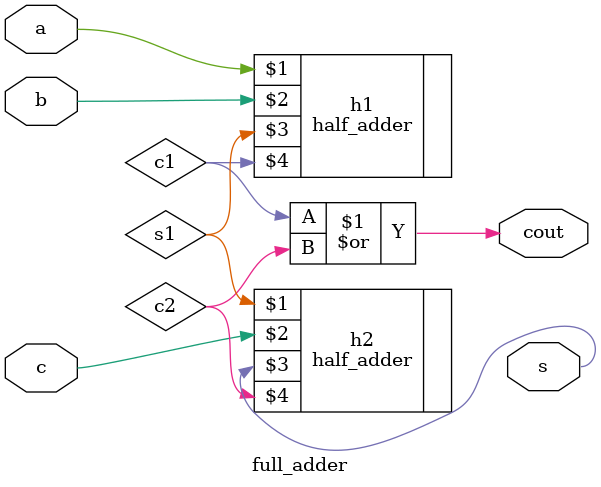
<source format=v>
`timescale 1ns / 1ps


module full_adder(a,b,c,s, cout);
input a,b,c;
output s, cout;

half_adder h1(a, b, s1, c1);
half_adder h2(s1, c, s, c2);
or(cout, c1, c2);

endmodule

</source>
